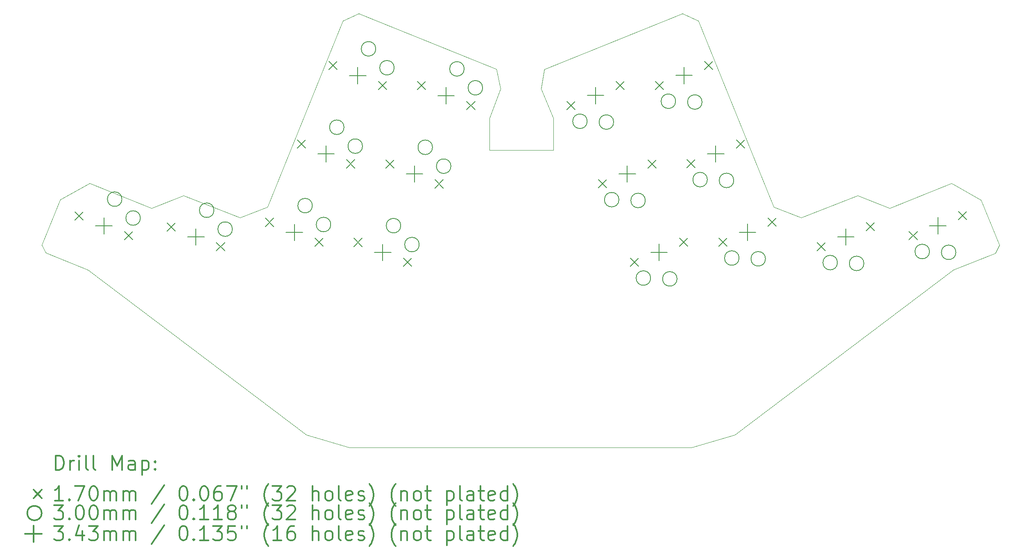
<source format=gbr>
%FSLAX45Y45*%
G04 Gerber Fmt 4.5, Leading zero omitted, Abs format (unit mm)*
G04 Created by KiCad (PCBNEW (5.1.4)-1) date 2023-12-29 15:47:18*
%MOMM*%
%LPD*%
G04 APERTURE LIST*
%ADD10C,0.050000*%
%ADD11C,0.200000*%
%ADD12C,0.300000*%
G04 APERTURE END LIST*
D10*
X14660000Y-6764000D02*
X14739400Y-7175800D01*
X15645876Y-6767825D02*
X15577600Y-7175800D01*
X15577600Y-7175800D02*
X15831600Y-7785400D01*
X14510800Y-7785400D02*
X14739400Y-7175800D01*
X15831600Y-8445800D02*
X15831600Y-7785400D01*
X14510800Y-8445800D02*
X14510800Y-7785400D01*
X15831600Y-8445800D02*
X14510800Y-8445800D01*
X18685877Y-14597825D02*
X19587407Y-14333763D01*
X18483889Y-5622853D02*
X15655978Y-6765403D01*
X11615876Y-14597825D02*
X18685877Y-14597825D01*
X15655978Y-6765403D02*
X15645876Y-6767825D01*
X11832089Y-5621450D02*
X11813546Y-5613958D01*
X11615876Y-14597825D02*
X10728571Y-14332360D01*
X18502433Y-5615361D02*
X18483889Y-5622853D01*
X11832089Y-5621450D02*
X14660000Y-6764000D01*
X22783704Y-9644991D02*
X24063218Y-9128034D01*
X20955286Y-9844453D02*
X22127283Y-9381720D01*
X20955286Y-9844453D02*
X20389990Y-9619862D01*
X24117703Y-10917959D02*
X24970712Y-10573321D01*
X19587407Y-14333763D02*
X24099159Y-10925451D01*
X18502433Y-5615361D02*
X18835373Y-5772049D01*
X25055565Y-10409614D02*
X24970712Y-10573321D01*
X24677212Y-9473158D02*
X24063218Y-9128034D01*
X10728571Y-14332360D02*
X6216819Y-10924047D01*
X24677212Y-9473158D02*
X25055565Y-10409614D01*
X6198275Y-10916555D02*
X6216819Y-10924047D01*
X5638766Y-9471754D02*
X5260413Y-10408210D01*
X8188695Y-9380317D02*
X7532274Y-9643587D01*
X22127283Y-9381720D02*
X22783704Y-9644991D01*
X5638766Y-9471754D02*
X6252760Y-9126630D01*
X7532274Y-9643587D02*
X6252760Y-9126630D01*
X18835373Y-5772049D02*
X20389990Y-9619862D01*
X24117703Y-10917959D02*
X24099159Y-10925451D01*
X9360693Y-9843049D02*
X9925989Y-9618459D01*
X11480606Y-5770646D02*
X9925989Y-9618459D01*
X9360693Y-9843049D02*
X8188695Y-9380317D01*
X5260413Y-10408210D02*
X5345266Y-10571917D01*
X11813546Y-5613958D02*
X11480606Y-5770646D01*
X6198275Y-10916555D02*
X5345266Y-10571917D01*
D11*
X11712030Y-10267784D02*
X11882210Y-10437964D01*
X11882210Y-10267784D02*
X11712030Y-10437964D01*
X12731932Y-10679852D02*
X12902112Y-10850032D01*
X12902112Y-10679852D02*
X12731932Y-10850032D01*
X7850652Y-9948001D02*
X8020832Y-10118181D01*
X8020832Y-9948001D02*
X7850652Y-10118181D01*
X8870555Y-10360069D02*
X9040735Y-10530249D01*
X9040735Y-10360069D02*
X8870555Y-10530249D01*
X11195481Y-6607774D02*
X11365661Y-6777954D01*
X11365661Y-6607774D02*
X11195481Y-6777954D01*
X12215383Y-7019841D02*
X12385563Y-7190021D01*
X12385563Y-7019841D02*
X12215383Y-7190021D01*
X9884358Y-9852917D02*
X10054538Y-10023097D01*
X10054538Y-9852917D02*
X9884358Y-10023097D01*
X10904260Y-10264985D02*
X11074440Y-10435165D01*
X11074440Y-10264985D02*
X10904260Y-10435165D01*
X18595248Y-8640070D02*
X18765428Y-8810250D01*
X18765428Y-8640070D02*
X18595248Y-8810250D01*
X19615151Y-8228003D02*
X19785331Y-8398183D01*
X19785331Y-8228003D02*
X19615151Y-8398183D01*
X13023153Y-7022641D02*
X13193333Y-7192821D01*
X13193333Y-7022641D02*
X13023153Y-7192821D01*
X14043055Y-7434708D02*
X14213235Y-7604888D01*
X14213235Y-7434708D02*
X14043055Y-7604888D01*
X19250810Y-10262642D02*
X19420990Y-10432822D01*
X19420990Y-10262642D02*
X19250810Y-10432822D01*
X20270712Y-9850575D02*
X20440892Y-10020755D01*
X20440892Y-9850575D02*
X20270712Y-10020755D01*
X10539920Y-8230345D02*
X10710100Y-8400526D01*
X10710100Y-8230345D02*
X10539920Y-8400526D01*
X11559822Y-8642413D02*
X11730002Y-8812593D01*
X11730002Y-8642413D02*
X11559822Y-8812593D01*
X12367592Y-8645213D02*
X12537772Y-8815393D01*
X12537772Y-8645213D02*
X12367592Y-8815393D01*
X13387494Y-9057280D02*
X13557674Y-9227460D01*
X13557674Y-9057280D02*
X13387494Y-9227460D01*
X23187109Y-10128296D02*
X23357289Y-10298476D01*
X23357289Y-10128296D02*
X23187109Y-10298476D01*
X24207011Y-9716229D02*
X24377191Y-9886409D01*
X24377191Y-9716229D02*
X24207011Y-9886409D01*
X16767576Y-9054937D02*
X16937756Y-9225117D01*
X16937756Y-9054937D02*
X16767576Y-9225117D01*
X17787479Y-8642870D02*
X17957659Y-8813050D01*
X17957659Y-8642870D02*
X17787479Y-8813050D01*
X17423138Y-10677509D02*
X17593318Y-10847689D01*
X17593318Y-10677509D02*
X17423138Y-10847689D01*
X18443040Y-10265442D02*
X18613220Y-10435622D01*
X18613220Y-10265442D02*
X18443040Y-10435622D01*
X21284516Y-10357726D02*
X21454696Y-10527906D01*
X21454696Y-10357726D02*
X21284516Y-10527906D01*
X22304418Y-9945659D02*
X22474598Y-10115839D01*
X22474598Y-9945659D02*
X22304418Y-10115839D01*
X5948059Y-9718571D02*
X6118239Y-9888751D01*
X6118239Y-9718571D02*
X5948059Y-9888751D01*
X6967961Y-10130638D02*
X7138141Y-10300818D01*
X7138141Y-10130638D02*
X6967961Y-10300818D01*
X16112015Y-7432365D02*
X16282195Y-7602545D01*
X16282195Y-7432365D02*
X16112015Y-7602545D01*
X17131917Y-7020298D02*
X17302097Y-7190478D01*
X17302097Y-7020298D02*
X17131917Y-7190478D01*
X17939687Y-7017498D02*
X18109867Y-7187678D01*
X18109867Y-7017498D02*
X17939687Y-7187678D01*
X18959589Y-6605431D02*
X19129769Y-6775611D01*
X19129769Y-6605431D02*
X18959589Y-6775611D01*
X6915991Y-9458020D02*
G75*
G03X6915991Y-9458020I-150000J0D01*
G01*
X7297169Y-9849304D02*
G75*
G03X7297169Y-9849304I-150000J0D01*
G01*
X16533941Y-7846419D02*
G75*
G03X16533941Y-7846419I-150000J0D01*
G01*
X17079947Y-7863096D02*
G75*
G03X17079947Y-7863096I-150000J0D01*
G01*
X18361614Y-7431552D02*
G75*
G03X18361614Y-7431552I-150000J0D01*
G01*
X18907619Y-7448229D02*
G75*
G03X18907619Y-7448229I-150000J0D01*
G01*
X12679962Y-10007234D02*
G75*
G03X12679962Y-10007234I-150000J0D01*
G01*
X13061141Y-10398517D02*
G75*
G03X13061141Y-10398517I-150000J0D01*
G01*
X8818584Y-9687451D02*
G75*
G03X8818584Y-9687451I-150000J0D01*
G01*
X9199763Y-10078734D02*
G75*
G03X9199763Y-10078734I-150000J0D01*
G01*
X12163413Y-6347223D02*
G75*
G03X12163413Y-6347223I-150000J0D01*
G01*
X12544592Y-6738507D02*
G75*
G03X12544592Y-6738507I-150000J0D01*
G01*
X10852290Y-9592367D02*
G75*
G03X10852290Y-9592367I-150000J0D01*
G01*
X11233469Y-9983650D02*
G75*
G03X11233469Y-9983650I-150000J0D01*
G01*
X19017175Y-9054124D02*
G75*
G03X19017175Y-9054124I-150000J0D01*
G01*
X19563180Y-9070801D02*
G75*
G03X19563180Y-9070801I-150000J0D01*
G01*
X13991085Y-6762090D02*
G75*
G03X13991085Y-6762090I-150000J0D01*
G01*
X14372264Y-7153374D02*
G75*
G03X14372264Y-7153374I-150000J0D01*
G01*
X19672737Y-10676696D02*
G75*
G03X19672737Y-10676696I-150000J0D01*
G01*
X20218742Y-10693373D02*
G75*
G03X20218742Y-10693373I-150000J0D01*
G01*
X11507852Y-7969795D02*
G75*
G03X11507852Y-7969795I-150000J0D01*
G01*
X11889030Y-8361078D02*
G75*
G03X11889030Y-8361078I-150000J0D01*
G01*
X13335524Y-8384662D02*
G75*
G03X13335524Y-8384662I-150000J0D01*
G01*
X13716702Y-8775946D02*
G75*
G03X13716702Y-8775946I-150000J0D01*
G01*
X23609036Y-10542349D02*
G75*
G03X23609036Y-10542349I-150000J0D01*
G01*
X24155041Y-10559027D02*
G75*
G03X24155041Y-10559027I-150000J0D01*
G01*
X17189503Y-9468991D02*
G75*
G03X17189503Y-9468991I-150000J0D01*
G01*
X17735508Y-9485668D02*
G75*
G03X17735508Y-9485668I-150000J0D01*
G01*
X17845064Y-11091563D02*
G75*
G03X17845064Y-11091563I-150000J0D01*
G01*
X18391070Y-11108240D02*
G75*
G03X18391070Y-11108240I-150000J0D01*
G01*
X21706442Y-10771780D02*
G75*
G03X21706442Y-10771780I-150000J0D01*
G01*
X22252448Y-10788457D02*
G75*
G03X22252448Y-10788457I-150000J0D01*
G01*
X21879557Y-10065332D02*
X21879557Y-10408232D01*
X21708107Y-10236782D02*
X22051007Y-10236782D01*
X6543100Y-9838245D02*
X6543100Y-10181145D01*
X6371650Y-10009695D02*
X6714550Y-10009695D01*
X16707056Y-7139972D02*
X16707056Y-7482872D01*
X16535606Y-7311422D02*
X16878506Y-7311422D01*
X18534728Y-6725105D02*
X18534728Y-7068005D01*
X18363278Y-6896555D02*
X18706178Y-6896555D01*
X12307071Y-10387458D02*
X12307071Y-10730358D01*
X12135621Y-10558908D02*
X12478521Y-10558908D01*
X8445693Y-10067675D02*
X8445693Y-10410575D01*
X8274243Y-10239125D02*
X8617143Y-10239125D01*
X11790522Y-6727447D02*
X11790522Y-7070347D01*
X11619072Y-6898897D02*
X11961972Y-6898897D01*
X10479399Y-9972591D02*
X10479399Y-10315491D01*
X10307949Y-10144041D02*
X10650849Y-10144041D01*
X19190290Y-8347676D02*
X19190290Y-8690577D01*
X19018840Y-8519127D02*
X19361740Y-8519127D01*
X13618194Y-7142314D02*
X13618194Y-7485214D01*
X13446744Y-7313764D02*
X13789644Y-7313764D01*
X19845851Y-9970248D02*
X19845851Y-10313148D01*
X19674401Y-10141698D02*
X20017301Y-10141698D01*
X11134961Y-8350019D02*
X11134961Y-8692919D01*
X10963511Y-8521469D02*
X11306411Y-8521469D01*
X12962633Y-8764886D02*
X12962633Y-9107786D01*
X12791183Y-8936336D02*
X13134083Y-8936336D01*
X23782150Y-9835902D02*
X23782150Y-10178802D01*
X23610700Y-10007352D02*
X23953600Y-10007352D01*
X17362617Y-8762544D02*
X17362617Y-9105444D01*
X17191167Y-8933994D02*
X17534067Y-8933994D01*
X18018179Y-10385115D02*
X18018179Y-10728015D01*
X17846729Y-10556565D02*
X18189629Y-10556565D01*
D12*
X5544342Y-15066039D02*
X5544342Y-14766039D01*
X5615770Y-14766039D01*
X5658627Y-14780325D01*
X5687199Y-14808896D01*
X5701484Y-14837468D01*
X5715770Y-14894611D01*
X5715770Y-14937468D01*
X5701484Y-14994611D01*
X5687199Y-15023182D01*
X5658627Y-15051753D01*
X5615770Y-15066039D01*
X5544342Y-15066039D01*
X5844342Y-15066039D02*
X5844342Y-14866039D01*
X5844342Y-14923182D02*
X5858627Y-14894611D01*
X5872913Y-14880325D01*
X5901484Y-14866039D01*
X5930056Y-14866039D01*
X6030056Y-15066039D02*
X6030056Y-14866039D01*
X6030056Y-14766039D02*
X6015770Y-14780325D01*
X6030056Y-14794611D01*
X6044342Y-14780325D01*
X6030056Y-14766039D01*
X6030056Y-14794611D01*
X6215770Y-15066039D02*
X6187199Y-15051753D01*
X6172913Y-15023182D01*
X6172913Y-14766039D01*
X6372913Y-15066039D02*
X6344342Y-15051753D01*
X6330056Y-15023182D01*
X6330056Y-14766039D01*
X6715770Y-15066039D02*
X6715770Y-14766039D01*
X6815770Y-14980325D01*
X6915770Y-14766039D01*
X6915770Y-15066039D01*
X7187199Y-15066039D02*
X7187199Y-14908896D01*
X7172913Y-14880325D01*
X7144342Y-14866039D01*
X7087199Y-14866039D01*
X7058627Y-14880325D01*
X7187199Y-15051753D02*
X7158627Y-15066039D01*
X7087199Y-15066039D01*
X7058627Y-15051753D01*
X7044342Y-15023182D01*
X7044342Y-14994611D01*
X7058627Y-14966039D01*
X7087199Y-14951753D01*
X7158627Y-14951753D01*
X7187199Y-14937468D01*
X7330056Y-14866039D02*
X7330056Y-15166039D01*
X7330056Y-14880325D02*
X7358627Y-14866039D01*
X7415770Y-14866039D01*
X7444342Y-14880325D01*
X7458627Y-14894611D01*
X7472913Y-14923182D01*
X7472913Y-15008896D01*
X7458627Y-15037468D01*
X7444342Y-15051753D01*
X7415770Y-15066039D01*
X7358627Y-15066039D01*
X7330056Y-15051753D01*
X7601484Y-15037468D02*
X7615770Y-15051753D01*
X7601484Y-15066039D01*
X7587199Y-15051753D01*
X7601484Y-15037468D01*
X7601484Y-15066039D01*
X7601484Y-14880325D02*
X7615770Y-14894611D01*
X7601484Y-14908896D01*
X7587199Y-14894611D01*
X7601484Y-14880325D01*
X7601484Y-14908896D01*
X5087733Y-15475235D02*
X5257913Y-15645415D01*
X5257913Y-15475235D02*
X5087733Y-15645415D01*
X5701484Y-15696039D02*
X5530056Y-15696039D01*
X5615770Y-15696039D02*
X5615770Y-15396039D01*
X5587199Y-15438896D01*
X5558627Y-15467468D01*
X5530056Y-15481753D01*
X5830056Y-15667468D02*
X5844342Y-15681753D01*
X5830056Y-15696039D01*
X5815770Y-15681753D01*
X5830056Y-15667468D01*
X5830056Y-15696039D01*
X5944342Y-15396039D02*
X6144342Y-15396039D01*
X6015770Y-15696039D01*
X6315770Y-15396039D02*
X6344342Y-15396039D01*
X6372913Y-15410325D01*
X6387199Y-15424611D01*
X6401484Y-15453182D01*
X6415770Y-15510325D01*
X6415770Y-15581753D01*
X6401484Y-15638896D01*
X6387199Y-15667468D01*
X6372913Y-15681753D01*
X6344342Y-15696039D01*
X6315770Y-15696039D01*
X6287199Y-15681753D01*
X6272913Y-15667468D01*
X6258627Y-15638896D01*
X6244342Y-15581753D01*
X6244342Y-15510325D01*
X6258627Y-15453182D01*
X6272913Y-15424611D01*
X6287199Y-15410325D01*
X6315770Y-15396039D01*
X6544342Y-15696039D02*
X6544342Y-15496039D01*
X6544342Y-15524611D02*
X6558627Y-15510325D01*
X6587199Y-15496039D01*
X6630056Y-15496039D01*
X6658627Y-15510325D01*
X6672913Y-15538896D01*
X6672913Y-15696039D01*
X6672913Y-15538896D02*
X6687199Y-15510325D01*
X6715770Y-15496039D01*
X6758627Y-15496039D01*
X6787199Y-15510325D01*
X6801484Y-15538896D01*
X6801484Y-15696039D01*
X6944342Y-15696039D02*
X6944342Y-15496039D01*
X6944342Y-15524611D02*
X6958627Y-15510325D01*
X6987199Y-15496039D01*
X7030056Y-15496039D01*
X7058627Y-15510325D01*
X7072913Y-15538896D01*
X7072913Y-15696039D01*
X7072913Y-15538896D02*
X7087199Y-15510325D01*
X7115770Y-15496039D01*
X7158627Y-15496039D01*
X7187199Y-15510325D01*
X7201484Y-15538896D01*
X7201484Y-15696039D01*
X7787199Y-15381753D02*
X7530056Y-15767468D01*
X8172913Y-15396039D02*
X8201484Y-15396039D01*
X8230056Y-15410325D01*
X8244342Y-15424611D01*
X8258627Y-15453182D01*
X8272913Y-15510325D01*
X8272913Y-15581753D01*
X8258627Y-15638896D01*
X8244342Y-15667468D01*
X8230056Y-15681753D01*
X8201484Y-15696039D01*
X8172913Y-15696039D01*
X8144342Y-15681753D01*
X8130056Y-15667468D01*
X8115770Y-15638896D01*
X8101484Y-15581753D01*
X8101484Y-15510325D01*
X8115770Y-15453182D01*
X8130056Y-15424611D01*
X8144342Y-15410325D01*
X8172913Y-15396039D01*
X8401485Y-15667468D02*
X8415770Y-15681753D01*
X8401485Y-15696039D01*
X8387199Y-15681753D01*
X8401485Y-15667468D01*
X8401485Y-15696039D01*
X8601485Y-15396039D02*
X8630056Y-15396039D01*
X8658627Y-15410325D01*
X8672913Y-15424611D01*
X8687199Y-15453182D01*
X8701485Y-15510325D01*
X8701485Y-15581753D01*
X8687199Y-15638896D01*
X8672913Y-15667468D01*
X8658627Y-15681753D01*
X8630056Y-15696039D01*
X8601485Y-15696039D01*
X8572913Y-15681753D01*
X8558627Y-15667468D01*
X8544342Y-15638896D01*
X8530056Y-15581753D01*
X8530056Y-15510325D01*
X8544342Y-15453182D01*
X8558627Y-15424611D01*
X8572913Y-15410325D01*
X8601485Y-15396039D01*
X8958627Y-15396039D02*
X8901485Y-15396039D01*
X8872913Y-15410325D01*
X8858627Y-15424611D01*
X8830056Y-15467468D01*
X8815770Y-15524611D01*
X8815770Y-15638896D01*
X8830056Y-15667468D01*
X8844342Y-15681753D01*
X8872913Y-15696039D01*
X8930056Y-15696039D01*
X8958627Y-15681753D01*
X8972913Y-15667468D01*
X8987199Y-15638896D01*
X8987199Y-15567468D01*
X8972913Y-15538896D01*
X8958627Y-15524611D01*
X8930056Y-15510325D01*
X8872913Y-15510325D01*
X8844342Y-15524611D01*
X8830056Y-15538896D01*
X8815770Y-15567468D01*
X9087199Y-15396039D02*
X9287199Y-15396039D01*
X9158627Y-15696039D01*
X9387199Y-15396039D02*
X9387199Y-15453182D01*
X9501485Y-15396039D02*
X9501485Y-15453182D01*
X9944342Y-15810325D02*
X9930056Y-15796039D01*
X9901485Y-15753182D01*
X9887199Y-15724611D01*
X9872913Y-15681753D01*
X9858627Y-15610325D01*
X9858627Y-15553182D01*
X9872913Y-15481753D01*
X9887199Y-15438896D01*
X9901485Y-15410325D01*
X9930056Y-15367468D01*
X9944342Y-15353182D01*
X10030056Y-15396039D02*
X10215770Y-15396039D01*
X10115770Y-15510325D01*
X10158627Y-15510325D01*
X10187199Y-15524611D01*
X10201485Y-15538896D01*
X10215770Y-15567468D01*
X10215770Y-15638896D01*
X10201485Y-15667468D01*
X10187199Y-15681753D01*
X10158627Y-15696039D01*
X10072913Y-15696039D01*
X10044342Y-15681753D01*
X10030056Y-15667468D01*
X10330056Y-15424611D02*
X10344342Y-15410325D01*
X10372913Y-15396039D01*
X10444342Y-15396039D01*
X10472913Y-15410325D01*
X10487199Y-15424611D01*
X10501485Y-15453182D01*
X10501485Y-15481753D01*
X10487199Y-15524611D01*
X10315770Y-15696039D01*
X10501485Y-15696039D01*
X10858627Y-15696039D02*
X10858627Y-15396039D01*
X10987199Y-15696039D02*
X10987199Y-15538896D01*
X10972913Y-15510325D01*
X10944342Y-15496039D01*
X10901485Y-15496039D01*
X10872913Y-15510325D01*
X10858627Y-15524611D01*
X11172913Y-15696039D02*
X11144342Y-15681753D01*
X11130056Y-15667468D01*
X11115770Y-15638896D01*
X11115770Y-15553182D01*
X11130056Y-15524611D01*
X11144342Y-15510325D01*
X11172913Y-15496039D01*
X11215770Y-15496039D01*
X11244342Y-15510325D01*
X11258627Y-15524611D01*
X11272913Y-15553182D01*
X11272913Y-15638896D01*
X11258627Y-15667468D01*
X11244342Y-15681753D01*
X11215770Y-15696039D01*
X11172913Y-15696039D01*
X11444342Y-15696039D02*
X11415770Y-15681753D01*
X11401484Y-15653182D01*
X11401484Y-15396039D01*
X11672913Y-15681753D02*
X11644342Y-15696039D01*
X11587199Y-15696039D01*
X11558627Y-15681753D01*
X11544342Y-15653182D01*
X11544342Y-15538896D01*
X11558627Y-15510325D01*
X11587199Y-15496039D01*
X11644342Y-15496039D01*
X11672913Y-15510325D01*
X11687199Y-15538896D01*
X11687199Y-15567468D01*
X11544342Y-15596039D01*
X11801484Y-15681753D02*
X11830056Y-15696039D01*
X11887199Y-15696039D01*
X11915770Y-15681753D01*
X11930056Y-15653182D01*
X11930056Y-15638896D01*
X11915770Y-15610325D01*
X11887199Y-15596039D01*
X11844342Y-15596039D01*
X11815770Y-15581753D01*
X11801484Y-15553182D01*
X11801484Y-15538896D01*
X11815770Y-15510325D01*
X11844342Y-15496039D01*
X11887199Y-15496039D01*
X11915770Y-15510325D01*
X12030056Y-15810325D02*
X12044342Y-15796039D01*
X12072913Y-15753182D01*
X12087199Y-15724611D01*
X12101484Y-15681753D01*
X12115770Y-15610325D01*
X12115770Y-15553182D01*
X12101484Y-15481753D01*
X12087199Y-15438896D01*
X12072913Y-15410325D01*
X12044342Y-15367468D01*
X12030056Y-15353182D01*
X12572913Y-15810325D02*
X12558627Y-15796039D01*
X12530056Y-15753182D01*
X12515770Y-15724611D01*
X12501484Y-15681753D01*
X12487199Y-15610325D01*
X12487199Y-15553182D01*
X12501484Y-15481753D01*
X12515770Y-15438896D01*
X12530056Y-15410325D01*
X12558627Y-15367468D01*
X12572913Y-15353182D01*
X12687199Y-15496039D02*
X12687199Y-15696039D01*
X12687199Y-15524611D02*
X12701484Y-15510325D01*
X12730056Y-15496039D01*
X12772913Y-15496039D01*
X12801484Y-15510325D01*
X12815770Y-15538896D01*
X12815770Y-15696039D01*
X13001484Y-15696039D02*
X12972913Y-15681753D01*
X12958627Y-15667468D01*
X12944342Y-15638896D01*
X12944342Y-15553182D01*
X12958627Y-15524611D01*
X12972913Y-15510325D01*
X13001484Y-15496039D01*
X13044342Y-15496039D01*
X13072913Y-15510325D01*
X13087199Y-15524611D01*
X13101484Y-15553182D01*
X13101484Y-15638896D01*
X13087199Y-15667468D01*
X13072913Y-15681753D01*
X13044342Y-15696039D01*
X13001484Y-15696039D01*
X13187199Y-15496039D02*
X13301484Y-15496039D01*
X13230056Y-15396039D02*
X13230056Y-15653182D01*
X13244342Y-15681753D01*
X13272913Y-15696039D01*
X13301484Y-15696039D01*
X13630056Y-15496039D02*
X13630056Y-15796039D01*
X13630056Y-15510325D02*
X13658627Y-15496039D01*
X13715770Y-15496039D01*
X13744342Y-15510325D01*
X13758627Y-15524611D01*
X13772913Y-15553182D01*
X13772913Y-15638896D01*
X13758627Y-15667468D01*
X13744342Y-15681753D01*
X13715770Y-15696039D01*
X13658627Y-15696039D01*
X13630056Y-15681753D01*
X13944342Y-15696039D02*
X13915770Y-15681753D01*
X13901484Y-15653182D01*
X13901484Y-15396039D01*
X14187199Y-15696039D02*
X14187199Y-15538896D01*
X14172913Y-15510325D01*
X14144342Y-15496039D01*
X14087199Y-15496039D01*
X14058627Y-15510325D01*
X14187199Y-15681753D02*
X14158627Y-15696039D01*
X14087199Y-15696039D01*
X14058627Y-15681753D01*
X14044342Y-15653182D01*
X14044342Y-15624611D01*
X14058627Y-15596039D01*
X14087199Y-15581753D01*
X14158627Y-15581753D01*
X14187199Y-15567468D01*
X14287199Y-15496039D02*
X14401484Y-15496039D01*
X14330056Y-15396039D02*
X14330056Y-15653182D01*
X14344342Y-15681753D01*
X14372913Y-15696039D01*
X14401484Y-15696039D01*
X14615770Y-15681753D02*
X14587199Y-15696039D01*
X14530056Y-15696039D01*
X14501484Y-15681753D01*
X14487199Y-15653182D01*
X14487199Y-15538896D01*
X14501484Y-15510325D01*
X14530056Y-15496039D01*
X14587199Y-15496039D01*
X14615770Y-15510325D01*
X14630056Y-15538896D01*
X14630056Y-15567468D01*
X14487199Y-15596039D01*
X14887199Y-15696039D02*
X14887199Y-15396039D01*
X14887199Y-15681753D02*
X14858627Y-15696039D01*
X14801484Y-15696039D01*
X14772913Y-15681753D01*
X14758627Y-15667468D01*
X14744342Y-15638896D01*
X14744342Y-15553182D01*
X14758627Y-15524611D01*
X14772913Y-15510325D01*
X14801484Y-15496039D01*
X14858627Y-15496039D01*
X14887199Y-15510325D01*
X15001484Y-15810325D02*
X15015770Y-15796039D01*
X15044342Y-15753182D01*
X15058627Y-15724611D01*
X15072913Y-15681753D01*
X15087199Y-15610325D01*
X15087199Y-15553182D01*
X15072913Y-15481753D01*
X15058627Y-15438896D01*
X15044342Y-15410325D01*
X15015770Y-15367468D01*
X15001484Y-15353182D01*
X5257913Y-15956325D02*
G75*
G03X5257913Y-15956325I-150000J0D01*
G01*
X5515770Y-15792039D02*
X5701484Y-15792039D01*
X5601484Y-15906325D01*
X5644342Y-15906325D01*
X5672913Y-15920611D01*
X5687199Y-15934896D01*
X5701484Y-15963468D01*
X5701484Y-16034896D01*
X5687199Y-16063468D01*
X5672913Y-16077753D01*
X5644342Y-16092039D01*
X5558627Y-16092039D01*
X5530056Y-16077753D01*
X5515770Y-16063468D01*
X5830056Y-16063468D02*
X5844342Y-16077753D01*
X5830056Y-16092039D01*
X5815770Y-16077753D01*
X5830056Y-16063468D01*
X5830056Y-16092039D01*
X6030056Y-15792039D02*
X6058627Y-15792039D01*
X6087199Y-15806325D01*
X6101484Y-15820611D01*
X6115770Y-15849182D01*
X6130056Y-15906325D01*
X6130056Y-15977753D01*
X6115770Y-16034896D01*
X6101484Y-16063468D01*
X6087199Y-16077753D01*
X6058627Y-16092039D01*
X6030056Y-16092039D01*
X6001484Y-16077753D01*
X5987199Y-16063468D01*
X5972913Y-16034896D01*
X5958627Y-15977753D01*
X5958627Y-15906325D01*
X5972913Y-15849182D01*
X5987199Y-15820611D01*
X6001484Y-15806325D01*
X6030056Y-15792039D01*
X6315770Y-15792039D02*
X6344342Y-15792039D01*
X6372913Y-15806325D01*
X6387199Y-15820611D01*
X6401484Y-15849182D01*
X6415770Y-15906325D01*
X6415770Y-15977753D01*
X6401484Y-16034896D01*
X6387199Y-16063468D01*
X6372913Y-16077753D01*
X6344342Y-16092039D01*
X6315770Y-16092039D01*
X6287199Y-16077753D01*
X6272913Y-16063468D01*
X6258627Y-16034896D01*
X6244342Y-15977753D01*
X6244342Y-15906325D01*
X6258627Y-15849182D01*
X6272913Y-15820611D01*
X6287199Y-15806325D01*
X6315770Y-15792039D01*
X6544342Y-16092039D02*
X6544342Y-15892039D01*
X6544342Y-15920611D02*
X6558627Y-15906325D01*
X6587199Y-15892039D01*
X6630056Y-15892039D01*
X6658627Y-15906325D01*
X6672913Y-15934896D01*
X6672913Y-16092039D01*
X6672913Y-15934896D02*
X6687199Y-15906325D01*
X6715770Y-15892039D01*
X6758627Y-15892039D01*
X6787199Y-15906325D01*
X6801484Y-15934896D01*
X6801484Y-16092039D01*
X6944342Y-16092039D02*
X6944342Y-15892039D01*
X6944342Y-15920611D02*
X6958627Y-15906325D01*
X6987199Y-15892039D01*
X7030056Y-15892039D01*
X7058627Y-15906325D01*
X7072913Y-15934896D01*
X7072913Y-16092039D01*
X7072913Y-15934896D02*
X7087199Y-15906325D01*
X7115770Y-15892039D01*
X7158627Y-15892039D01*
X7187199Y-15906325D01*
X7201484Y-15934896D01*
X7201484Y-16092039D01*
X7787199Y-15777753D02*
X7530056Y-16163468D01*
X8172913Y-15792039D02*
X8201484Y-15792039D01*
X8230056Y-15806325D01*
X8244342Y-15820611D01*
X8258627Y-15849182D01*
X8272913Y-15906325D01*
X8272913Y-15977753D01*
X8258627Y-16034896D01*
X8244342Y-16063468D01*
X8230056Y-16077753D01*
X8201484Y-16092039D01*
X8172913Y-16092039D01*
X8144342Y-16077753D01*
X8130056Y-16063468D01*
X8115770Y-16034896D01*
X8101484Y-15977753D01*
X8101484Y-15906325D01*
X8115770Y-15849182D01*
X8130056Y-15820611D01*
X8144342Y-15806325D01*
X8172913Y-15792039D01*
X8401485Y-16063468D02*
X8415770Y-16077753D01*
X8401485Y-16092039D01*
X8387199Y-16077753D01*
X8401485Y-16063468D01*
X8401485Y-16092039D01*
X8701485Y-16092039D02*
X8530056Y-16092039D01*
X8615770Y-16092039D02*
X8615770Y-15792039D01*
X8587199Y-15834896D01*
X8558627Y-15863468D01*
X8530056Y-15877753D01*
X8987199Y-16092039D02*
X8815770Y-16092039D01*
X8901485Y-16092039D02*
X8901485Y-15792039D01*
X8872913Y-15834896D01*
X8844342Y-15863468D01*
X8815770Y-15877753D01*
X9158627Y-15920611D02*
X9130056Y-15906325D01*
X9115770Y-15892039D01*
X9101485Y-15863468D01*
X9101485Y-15849182D01*
X9115770Y-15820611D01*
X9130056Y-15806325D01*
X9158627Y-15792039D01*
X9215770Y-15792039D01*
X9244342Y-15806325D01*
X9258627Y-15820611D01*
X9272913Y-15849182D01*
X9272913Y-15863468D01*
X9258627Y-15892039D01*
X9244342Y-15906325D01*
X9215770Y-15920611D01*
X9158627Y-15920611D01*
X9130056Y-15934896D01*
X9115770Y-15949182D01*
X9101485Y-15977753D01*
X9101485Y-16034896D01*
X9115770Y-16063468D01*
X9130056Y-16077753D01*
X9158627Y-16092039D01*
X9215770Y-16092039D01*
X9244342Y-16077753D01*
X9258627Y-16063468D01*
X9272913Y-16034896D01*
X9272913Y-15977753D01*
X9258627Y-15949182D01*
X9244342Y-15934896D01*
X9215770Y-15920611D01*
X9387199Y-15792039D02*
X9387199Y-15849182D01*
X9501485Y-15792039D02*
X9501485Y-15849182D01*
X9944342Y-16206325D02*
X9930056Y-16192039D01*
X9901485Y-16149182D01*
X9887199Y-16120611D01*
X9872913Y-16077753D01*
X9858627Y-16006325D01*
X9858627Y-15949182D01*
X9872913Y-15877753D01*
X9887199Y-15834896D01*
X9901485Y-15806325D01*
X9930056Y-15763468D01*
X9944342Y-15749182D01*
X10030056Y-15792039D02*
X10215770Y-15792039D01*
X10115770Y-15906325D01*
X10158627Y-15906325D01*
X10187199Y-15920611D01*
X10201485Y-15934896D01*
X10215770Y-15963468D01*
X10215770Y-16034896D01*
X10201485Y-16063468D01*
X10187199Y-16077753D01*
X10158627Y-16092039D01*
X10072913Y-16092039D01*
X10044342Y-16077753D01*
X10030056Y-16063468D01*
X10330056Y-15820611D02*
X10344342Y-15806325D01*
X10372913Y-15792039D01*
X10444342Y-15792039D01*
X10472913Y-15806325D01*
X10487199Y-15820611D01*
X10501485Y-15849182D01*
X10501485Y-15877753D01*
X10487199Y-15920611D01*
X10315770Y-16092039D01*
X10501485Y-16092039D01*
X10858627Y-16092039D02*
X10858627Y-15792039D01*
X10987199Y-16092039D02*
X10987199Y-15934896D01*
X10972913Y-15906325D01*
X10944342Y-15892039D01*
X10901485Y-15892039D01*
X10872913Y-15906325D01*
X10858627Y-15920611D01*
X11172913Y-16092039D02*
X11144342Y-16077753D01*
X11130056Y-16063468D01*
X11115770Y-16034896D01*
X11115770Y-15949182D01*
X11130056Y-15920611D01*
X11144342Y-15906325D01*
X11172913Y-15892039D01*
X11215770Y-15892039D01*
X11244342Y-15906325D01*
X11258627Y-15920611D01*
X11272913Y-15949182D01*
X11272913Y-16034896D01*
X11258627Y-16063468D01*
X11244342Y-16077753D01*
X11215770Y-16092039D01*
X11172913Y-16092039D01*
X11444342Y-16092039D02*
X11415770Y-16077753D01*
X11401484Y-16049182D01*
X11401484Y-15792039D01*
X11672913Y-16077753D02*
X11644342Y-16092039D01*
X11587199Y-16092039D01*
X11558627Y-16077753D01*
X11544342Y-16049182D01*
X11544342Y-15934896D01*
X11558627Y-15906325D01*
X11587199Y-15892039D01*
X11644342Y-15892039D01*
X11672913Y-15906325D01*
X11687199Y-15934896D01*
X11687199Y-15963468D01*
X11544342Y-15992039D01*
X11801484Y-16077753D02*
X11830056Y-16092039D01*
X11887199Y-16092039D01*
X11915770Y-16077753D01*
X11930056Y-16049182D01*
X11930056Y-16034896D01*
X11915770Y-16006325D01*
X11887199Y-15992039D01*
X11844342Y-15992039D01*
X11815770Y-15977753D01*
X11801484Y-15949182D01*
X11801484Y-15934896D01*
X11815770Y-15906325D01*
X11844342Y-15892039D01*
X11887199Y-15892039D01*
X11915770Y-15906325D01*
X12030056Y-16206325D02*
X12044342Y-16192039D01*
X12072913Y-16149182D01*
X12087199Y-16120611D01*
X12101484Y-16077753D01*
X12115770Y-16006325D01*
X12115770Y-15949182D01*
X12101484Y-15877753D01*
X12087199Y-15834896D01*
X12072913Y-15806325D01*
X12044342Y-15763468D01*
X12030056Y-15749182D01*
X12572913Y-16206325D02*
X12558627Y-16192039D01*
X12530056Y-16149182D01*
X12515770Y-16120611D01*
X12501484Y-16077753D01*
X12487199Y-16006325D01*
X12487199Y-15949182D01*
X12501484Y-15877753D01*
X12515770Y-15834896D01*
X12530056Y-15806325D01*
X12558627Y-15763468D01*
X12572913Y-15749182D01*
X12687199Y-15892039D02*
X12687199Y-16092039D01*
X12687199Y-15920611D02*
X12701484Y-15906325D01*
X12730056Y-15892039D01*
X12772913Y-15892039D01*
X12801484Y-15906325D01*
X12815770Y-15934896D01*
X12815770Y-16092039D01*
X13001484Y-16092039D02*
X12972913Y-16077753D01*
X12958627Y-16063468D01*
X12944342Y-16034896D01*
X12944342Y-15949182D01*
X12958627Y-15920611D01*
X12972913Y-15906325D01*
X13001484Y-15892039D01*
X13044342Y-15892039D01*
X13072913Y-15906325D01*
X13087199Y-15920611D01*
X13101484Y-15949182D01*
X13101484Y-16034896D01*
X13087199Y-16063468D01*
X13072913Y-16077753D01*
X13044342Y-16092039D01*
X13001484Y-16092039D01*
X13187199Y-15892039D02*
X13301484Y-15892039D01*
X13230056Y-15792039D02*
X13230056Y-16049182D01*
X13244342Y-16077753D01*
X13272913Y-16092039D01*
X13301484Y-16092039D01*
X13630056Y-15892039D02*
X13630056Y-16192039D01*
X13630056Y-15906325D02*
X13658627Y-15892039D01*
X13715770Y-15892039D01*
X13744342Y-15906325D01*
X13758627Y-15920611D01*
X13772913Y-15949182D01*
X13772913Y-16034896D01*
X13758627Y-16063468D01*
X13744342Y-16077753D01*
X13715770Y-16092039D01*
X13658627Y-16092039D01*
X13630056Y-16077753D01*
X13944342Y-16092039D02*
X13915770Y-16077753D01*
X13901484Y-16049182D01*
X13901484Y-15792039D01*
X14187199Y-16092039D02*
X14187199Y-15934896D01*
X14172913Y-15906325D01*
X14144342Y-15892039D01*
X14087199Y-15892039D01*
X14058627Y-15906325D01*
X14187199Y-16077753D02*
X14158627Y-16092039D01*
X14087199Y-16092039D01*
X14058627Y-16077753D01*
X14044342Y-16049182D01*
X14044342Y-16020611D01*
X14058627Y-15992039D01*
X14087199Y-15977753D01*
X14158627Y-15977753D01*
X14187199Y-15963468D01*
X14287199Y-15892039D02*
X14401484Y-15892039D01*
X14330056Y-15792039D02*
X14330056Y-16049182D01*
X14344342Y-16077753D01*
X14372913Y-16092039D01*
X14401484Y-16092039D01*
X14615770Y-16077753D02*
X14587199Y-16092039D01*
X14530056Y-16092039D01*
X14501484Y-16077753D01*
X14487199Y-16049182D01*
X14487199Y-15934896D01*
X14501484Y-15906325D01*
X14530056Y-15892039D01*
X14587199Y-15892039D01*
X14615770Y-15906325D01*
X14630056Y-15934896D01*
X14630056Y-15963468D01*
X14487199Y-15992039D01*
X14887199Y-16092039D02*
X14887199Y-15792039D01*
X14887199Y-16077753D02*
X14858627Y-16092039D01*
X14801484Y-16092039D01*
X14772913Y-16077753D01*
X14758627Y-16063468D01*
X14744342Y-16034896D01*
X14744342Y-15949182D01*
X14758627Y-15920611D01*
X14772913Y-15906325D01*
X14801484Y-15892039D01*
X14858627Y-15892039D01*
X14887199Y-15906325D01*
X15001484Y-16206325D02*
X15015770Y-16192039D01*
X15044342Y-16149182D01*
X15058627Y-16120611D01*
X15072913Y-16077753D01*
X15087199Y-16006325D01*
X15087199Y-15949182D01*
X15072913Y-15877753D01*
X15058627Y-15834896D01*
X15044342Y-15806325D01*
X15015770Y-15763468D01*
X15001484Y-15749182D01*
X5086463Y-16214875D02*
X5086463Y-16557775D01*
X4915013Y-16386325D02*
X5257913Y-16386325D01*
X5515770Y-16222039D02*
X5701484Y-16222039D01*
X5601484Y-16336325D01*
X5644342Y-16336325D01*
X5672913Y-16350611D01*
X5687199Y-16364896D01*
X5701484Y-16393468D01*
X5701484Y-16464896D01*
X5687199Y-16493468D01*
X5672913Y-16507753D01*
X5644342Y-16522039D01*
X5558627Y-16522039D01*
X5530056Y-16507753D01*
X5515770Y-16493468D01*
X5830056Y-16493468D02*
X5844342Y-16507753D01*
X5830056Y-16522039D01*
X5815770Y-16507753D01*
X5830056Y-16493468D01*
X5830056Y-16522039D01*
X6101484Y-16322039D02*
X6101484Y-16522039D01*
X6030056Y-16207753D02*
X5958627Y-16422039D01*
X6144342Y-16422039D01*
X6230056Y-16222039D02*
X6415770Y-16222039D01*
X6315770Y-16336325D01*
X6358627Y-16336325D01*
X6387199Y-16350611D01*
X6401484Y-16364896D01*
X6415770Y-16393468D01*
X6415770Y-16464896D01*
X6401484Y-16493468D01*
X6387199Y-16507753D01*
X6358627Y-16522039D01*
X6272913Y-16522039D01*
X6244342Y-16507753D01*
X6230056Y-16493468D01*
X6544342Y-16522039D02*
X6544342Y-16322039D01*
X6544342Y-16350611D02*
X6558627Y-16336325D01*
X6587199Y-16322039D01*
X6630056Y-16322039D01*
X6658627Y-16336325D01*
X6672913Y-16364896D01*
X6672913Y-16522039D01*
X6672913Y-16364896D02*
X6687199Y-16336325D01*
X6715770Y-16322039D01*
X6758627Y-16322039D01*
X6787199Y-16336325D01*
X6801484Y-16364896D01*
X6801484Y-16522039D01*
X6944342Y-16522039D02*
X6944342Y-16322039D01*
X6944342Y-16350611D02*
X6958627Y-16336325D01*
X6987199Y-16322039D01*
X7030056Y-16322039D01*
X7058627Y-16336325D01*
X7072913Y-16364896D01*
X7072913Y-16522039D01*
X7072913Y-16364896D02*
X7087199Y-16336325D01*
X7115770Y-16322039D01*
X7158627Y-16322039D01*
X7187199Y-16336325D01*
X7201484Y-16364896D01*
X7201484Y-16522039D01*
X7787199Y-16207753D02*
X7530056Y-16593468D01*
X8172913Y-16222039D02*
X8201484Y-16222039D01*
X8230056Y-16236325D01*
X8244342Y-16250611D01*
X8258627Y-16279182D01*
X8272913Y-16336325D01*
X8272913Y-16407753D01*
X8258627Y-16464896D01*
X8244342Y-16493468D01*
X8230056Y-16507753D01*
X8201484Y-16522039D01*
X8172913Y-16522039D01*
X8144342Y-16507753D01*
X8130056Y-16493468D01*
X8115770Y-16464896D01*
X8101484Y-16407753D01*
X8101484Y-16336325D01*
X8115770Y-16279182D01*
X8130056Y-16250611D01*
X8144342Y-16236325D01*
X8172913Y-16222039D01*
X8401485Y-16493468D02*
X8415770Y-16507753D01*
X8401485Y-16522039D01*
X8387199Y-16507753D01*
X8401485Y-16493468D01*
X8401485Y-16522039D01*
X8701485Y-16522039D02*
X8530056Y-16522039D01*
X8615770Y-16522039D02*
X8615770Y-16222039D01*
X8587199Y-16264896D01*
X8558627Y-16293468D01*
X8530056Y-16307753D01*
X8801485Y-16222039D02*
X8987199Y-16222039D01*
X8887199Y-16336325D01*
X8930056Y-16336325D01*
X8958627Y-16350611D01*
X8972913Y-16364896D01*
X8987199Y-16393468D01*
X8987199Y-16464896D01*
X8972913Y-16493468D01*
X8958627Y-16507753D01*
X8930056Y-16522039D01*
X8844342Y-16522039D01*
X8815770Y-16507753D01*
X8801485Y-16493468D01*
X9258627Y-16222039D02*
X9115770Y-16222039D01*
X9101485Y-16364896D01*
X9115770Y-16350611D01*
X9144342Y-16336325D01*
X9215770Y-16336325D01*
X9244342Y-16350611D01*
X9258627Y-16364896D01*
X9272913Y-16393468D01*
X9272913Y-16464896D01*
X9258627Y-16493468D01*
X9244342Y-16507753D01*
X9215770Y-16522039D01*
X9144342Y-16522039D01*
X9115770Y-16507753D01*
X9101485Y-16493468D01*
X9387199Y-16222039D02*
X9387199Y-16279182D01*
X9501485Y-16222039D02*
X9501485Y-16279182D01*
X9944342Y-16636325D02*
X9930056Y-16622039D01*
X9901485Y-16579182D01*
X9887199Y-16550611D01*
X9872913Y-16507753D01*
X9858627Y-16436325D01*
X9858627Y-16379182D01*
X9872913Y-16307753D01*
X9887199Y-16264896D01*
X9901485Y-16236325D01*
X9930056Y-16193468D01*
X9944342Y-16179182D01*
X10215770Y-16522039D02*
X10044342Y-16522039D01*
X10130056Y-16522039D02*
X10130056Y-16222039D01*
X10101485Y-16264896D01*
X10072913Y-16293468D01*
X10044342Y-16307753D01*
X10472913Y-16222039D02*
X10415770Y-16222039D01*
X10387199Y-16236325D01*
X10372913Y-16250611D01*
X10344342Y-16293468D01*
X10330056Y-16350611D01*
X10330056Y-16464896D01*
X10344342Y-16493468D01*
X10358627Y-16507753D01*
X10387199Y-16522039D01*
X10444342Y-16522039D01*
X10472913Y-16507753D01*
X10487199Y-16493468D01*
X10501485Y-16464896D01*
X10501485Y-16393468D01*
X10487199Y-16364896D01*
X10472913Y-16350611D01*
X10444342Y-16336325D01*
X10387199Y-16336325D01*
X10358627Y-16350611D01*
X10344342Y-16364896D01*
X10330056Y-16393468D01*
X10858627Y-16522039D02*
X10858627Y-16222039D01*
X10987199Y-16522039D02*
X10987199Y-16364896D01*
X10972913Y-16336325D01*
X10944342Y-16322039D01*
X10901485Y-16322039D01*
X10872913Y-16336325D01*
X10858627Y-16350611D01*
X11172913Y-16522039D02*
X11144342Y-16507753D01*
X11130056Y-16493468D01*
X11115770Y-16464896D01*
X11115770Y-16379182D01*
X11130056Y-16350611D01*
X11144342Y-16336325D01*
X11172913Y-16322039D01*
X11215770Y-16322039D01*
X11244342Y-16336325D01*
X11258627Y-16350611D01*
X11272913Y-16379182D01*
X11272913Y-16464896D01*
X11258627Y-16493468D01*
X11244342Y-16507753D01*
X11215770Y-16522039D01*
X11172913Y-16522039D01*
X11444342Y-16522039D02*
X11415770Y-16507753D01*
X11401484Y-16479182D01*
X11401484Y-16222039D01*
X11672913Y-16507753D02*
X11644342Y-16522039D01*
X11587199Y-16522039D01*
X11558627Y-16507753D01*
X11544342Y-16479182D01*
X11544342Y-16364896D01*
X11558627Y-16336325D01*
X11587199Y-16322039D01*
X11644342Y-16322039D01*
X11672913Y-16336325D01*
X11687199Y-16364896D01*
X11687199Y-16393468D01*
X11544342Y-16422039D01*
X11801484Y-16507753D02*
X11830056Y-16522039D01*
X11887199Y-16522039D01*
X11915770Y-16507753D01*
X11930056Y-16479182D01*
X11930056Y-16464896D01*
X11915770Y-16436325D01*
X11887199Y-16422039D01*
X11844342Y-16422039D01*
X11815770Y-16407753D01*
X11801484Y-16379182D01*
X11801484Y-16364896D01*
X11815770Y-16336325D01*
X11844342Y-16322039D01*
X11887199Y-16322039D01*
X11915770Y-16336325D01*
X12030056Y-16636325D02*
X12044342Y-16622039D01*
X12072913Y-16579182D01*
X12087199Y-16550611D01*
X12101484Y-16507753D01*
X12115770Y-16436325D01*
X12115770Y-16379182D01*
X12101484Y-16307753D01*
X12087199Y-16264896D01*
X12072913Y-16236325D01*
X12044342Y-16193468D01*
X12030056Y-16179182D01*
X12572913Y-16636325D02*
X12558627Y-16622039D01*
X12530056Y-16579182D01*
X12515770Y-16550611D01*
X12501484Y-16507753D01*
X12487199Y-16436325D01*
X12487199Y-16379182D01*
X12501484Y-16307753D01*
X12515770Y-16264896D01*
X12530056Y-16236325D01*
X12558627Y-16193468D01*
X12572913Y-16179182D01*
X12687199Y-16322039D02*
X12687199Y-16522039D01*
X12687199Y-16350611D02*
X12701484Y-16336325D01*
X12730056Y-16322039D01*
X12772913Y-16322039D01*
X12801484Y-16336325D01*
X12815770Y-16364896D01*
X12815770Y-16522039D01*
X13001484Y-16522039D02*
X12972913Y-16507753D01*
X12958627Y-16493468D01*
X12944342Y-16464896D01*
X12944342Y-16379182D01*
X12958627Y-16350611D01*
X12972913Y-16336325D01*
X13001484Y-16322039D01*
X13044342Y-16322039D01*
X13072913Y-16336325D01*
X13087199Y-16350611D01*
X13101484Y-16379182D01*
X13101484Y-16464896D01*
X13087199Y-16493468D01*
X13072913Y-16507753D01*
X13044342Y-16522039D01*
X13001484Y-16522039D01*
X13187199Y-16322039D02*
X13301484Y-16322039D01*
X13230056Y-16222039D02*
X13230056Y-16479182D01*
X13244342Y-16507753D01*
X13272913Y-16522039D01*
X13301484Y-16522039D01*
X13630056Y-16322039D02*
X13630056Y-16622039D01*
X13630056Y-16336325D02*
X13658627Y-16322039D01*
X13715770Y-16322039D01*
X13744342Y-16336325D01*
X13758627Y-16350611D01*
X13772913Y-16379182D01*
X13772913Y-16464896D01*
X13758627Y-16493468D01*
X13744342Y-16507753D01*
X13715770Y-16522039D01*
X13658627Y-16522039D01*
X13630056Y-16507753D01*
X13944342Y-16522039D02*
X13915770Y-16507753D01*
X13901484Y-16479182D01*
X13901484Y-16222039D01*
X14187199Y-16522039D02*
X14187199Y-16364896D01*
X14172913Y-16336325D01*
X14144342Y-16322039D01*
X14087199Y-16322039D01*
X14058627Y-16336325D01*
X14187199Y-16507753D02*
X14158627Y-16522039D01*
X14087199Y-16522039D01*
X14058627Y-16507753D01*
X14044342Y-16479182D01*
X14044342Y-16450611D01*
X14058627Y-16422039D01*
X14087199Y-16407753D01*
X14158627Y-16407753D01*
X14187199Y-16393468D01*
X14287199Y-16322039D02*
X14401484Y-16322039D01*
X14330056Y-16222039D02*
X14330056Y-16479182D01*
X14344342Y-16507753D01*
X14372913Y-16522039D01*
X14401484Y-16522039D01*
X14615770Y-16507753D02*
X14587199Y-16522039D01*
X14530056Y-16522039D01*
X14501484Y-16507753D01*
X14487199Y-16479182D01*
X14487199Y-16364896D01*
X14501484Y-16336325D01*
X14530056Y-16322039D01*
X14587199Y-16322039D01*
X14615770Y-16336325D01*
X14630056Y-16364896D01*
X14630056Y-16393468D01*
X14487199Y-16422039D01*
X14887199Y-16522039D02*
X14887199Y-16222039D01*
X14887199Y-16507753D02*
X14858627Y-16522039D01*
X14801484Y-16522039D01*
X14772913Y-16507753D01*
X14758627Y-16493468D01*
X14744342Y-16464896D01*
X14744342Y-16379182D01*
X14758627Y-16350611D01*
X14772913Y-16336325D01*
X14801484Y-16322039D01*
X14858627Y-16322039D01*
X14887199Y-16336325D01*
X15001484Y-16636325D02*
X15015770Y-16622039D01*
X15044342Y-16579182D01*
X15058627Y-16550611D01*
X15072913Y-16507753D01*
X15087199Y-16436325D01*
X15087199Y-16379182D01*
X15072913Y-16307753D01*
X15058627Y-16264896D01*
X15044342Y-16236325D01*
X15015770Y-16193468D01*
X15001484Y-16179182D01*
M02*

</source>
